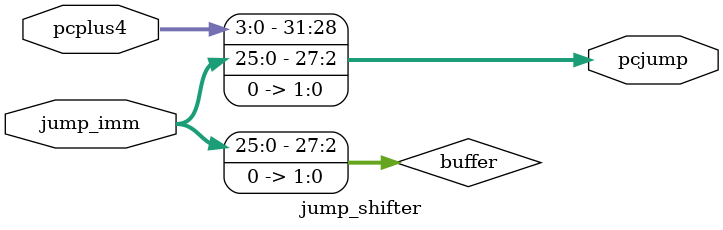
<source format=v>

/* ------- jump shifter ---------- */
// it is a simple module which shift the input to left and adds two zeros in the two LSBs.
// jump instruction jumps directly to the instruction at the specified label.
/* The jump instruction, j, writes a new value into the PC. The two least significant
   bits of the PC are always 0, because the PC is always a multiple of 4.
   The next 26 bits are taken from the jump address field.
   The upper four bits are taken from the old value of the PC. */

module jump_shifter (jump_imm , pcplus4 , pcjump);

	input [25:0] jump_imm; //26-bit input. it is the jump address field.
	input [3:0] pcplus4; // it is the four most siginificant bits of PC+4.

	output [31:0] pcjump; // the address of the instruction to jump to it.

	wire [27:0] buffer; // 28-bit buffer for the shift operation.

	assign buffer = jump_imm << 2; // add two zeros at the LSB.

	assign pcjump = {pcplus4 , buffer}; // add the four most significant bits of PC+4.


endmodule

</source>
